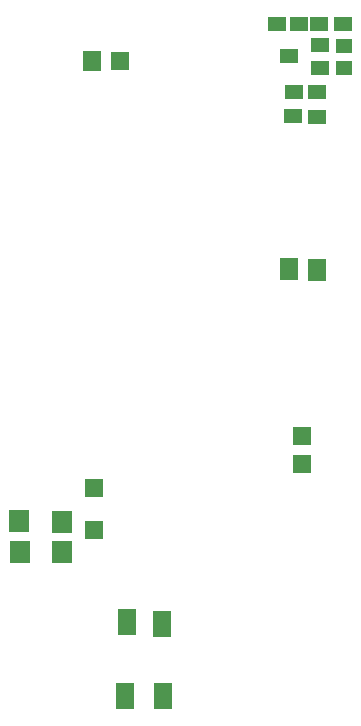
<source format=gbr>
%FSLAX34Y34*%
%MOMM*%
%LNSMDMASK_TOP*%
G71*
G01*
%ADD10R, 1.60X1.20*%
%ADD11R, 1.60X1.90*%
%ADD12R, 1.60X1.60*%
%ADD13R, 1.60X1.80*%
%ADD14R, 1.40X1.30*%
%ADD15R, 1.60X2.20*%
%ADD16R, 1.80X1.90*%
%LPD*%
X-84000Y929250D02*
G54D10*
D03*
X-104032Y929032D02*
G54D10*
D03*
X-120968Y929032D02*
G54D10*
D03*
X-139785Y929301D02*
G54D10*
D03*
X-103306Y911364D02*
G54D10*
D03*
X-103306Y891942D02*
G54D10*
D03*
X-129839Y901882D02*
G54D10*
D03*
X-106183Y871774D02*
G54D10*
D03*
X-125538Y871505D02*
G54D10*
D03*
X-106294Y850699D02*
G54D10*
D03*
X-126573Y851049D02*
G54D10*
D03*
X-105590Y720630D02*
G54D11*
D03*
X-129720Y722030D02*
G54D11*
D03*
X-118186Y556817D02*
G54D12*
D03*
X-118636Y580000D02*
G54D12*
D03*
X-294755Y536364D02*
G54D12*
D03*
X-294755Y500350D02*
G54D12*
D03*
X-296505Y897550D02*
G54D13*
D03*
X-272378Y897552D02*
G54D12*
D03*
X-82870Y910490D02*
G54D14*
D03*
X-83220Y891960D02*
G54D14*
D03*
X-237280Y420710D02*
G54D15*
D03*
X-266864Y422485D02*
G54D15*
D03*
X-236686Y360355D02*
G54D15*
D03*
X-268639Y360355D02*
G54D15*
D03*
X-321890Y507690D02*
G54D16*
D03*
X-357988Y508284D02*
G54D16*
D03*
X-321894Y482249D02*
G54D16*
D03*
X-357396Y481657D02*
G54D16*
D03*
M02*

</source>
